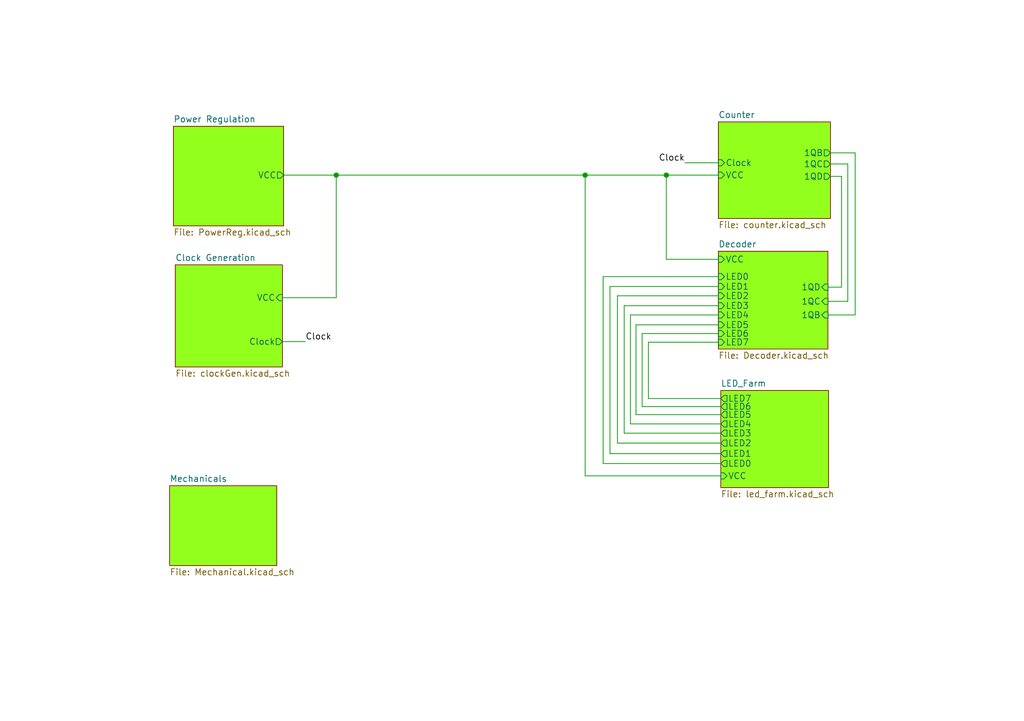
<source format=kicad_sch>
(kicad_sch
	(version 20231120)
	(generator "eeschema")
	(generator_version "8.0")
	(uuid "256c4069-09b7-4290-9523-5df9f3d34d2e")
	(paper "A5")
	(lib_symbols)
	(junction
		(at 68.961 35.941)
		(diameter 0)
		(color 0 0 0 0)
		(uuid "1cca15d1-fe9e-4266-a119-c4bed7c6ddf0")
	)
	(junction
		(at 120.015 35.941)
		(diameter 0)
		(color 0 0 0 0)
		(uuid "7587f46f-684d-4ce7-b212-fd65f9856aa0")
	)
	(junction
		(at 136.652 35.941)
		(diameter 0)
		(color 0 0 0 0)
		(uuid "fcf8570d-8529-4848-9662-caa938116610")
	)
	(wire
		(pts
			(xy 147.32 58.801) (xy 125.095 58.801)
		)
		(stroke
			(width 0)
			(type default)
		)
		(uuid "0289478c-3b5c-42dc-a4d9-ab56e5808496")
	)
	(wire
		(pts
			(xy 147.828 81.788) (xy 132.969 81.788)
		)
		(stroke
			(width 0)
			(type default)
		)
		(uuid "07750dbd-c9e6-41f8-bc55-913817af1e04")
	)
	(wire
		(pts
			(xy 175.387 31.369) (xy 175.387 64.643)
		)
		(stroke
			(width 0)
			(type default)
		)
		(uuid "15a9bf97-17f9-4068-b54e-f7bdb5e1c198")
	)
	(wire
		(pts
			(xy 68.961 35.941) (xy 120.015 35.941)
		)
		(stroke
			(width 0)
			(type default)
		)
		(uuid "162d02a4-4a64-40ba-ab9d-7808c7d8f8a0")
	)
	(wire
		(pts
			(xy 126.619 60.706) (xy 126.619 90.932)
		)
		(stroke
			(width 0)
			(type default)
		)
		(uuid "1dd5ea2f-2d73-441c-bb71-263d9ab8ebb7")
	)
	(wire
		(pts
			(xy 172.593 36.195) (xy 172.593 58.928)
		)
		(stroke
			(width 0)
			(type default)
		)
		(uuid "28cb24d6-b000-41a9-8f9b-c3cd56f52939")
	)
	(wire
		(pts
			(xy 129.286 86.995) (xy 147.828 86.995)
		)
		(stroke
			(width 0)
			(type default)
		)
		(uuid "2a904ec1-9450-419b-8e77-3dddd0b0de7c")
	)
	(wire
		(pts
			(xy 126.619 90.932) (xy 147.828 90.932)
		)
		(stroke
			(width 0)
			(type default)
		)
		(uuid "2ccdf441-0c65-45fc-a4ef-8410501cfae0")
	)
	(wire
		(pts
			(xy 125.095 58.801) (xy 125.095 93.091)
		)
		(stroke
			(width 0)
			(type default)
		)
		(uuid "38ae32c1-782d-411c-b22c-3994aca76de9")
	)
	(wire
		(pts
			(xy 130.429 66.675) (xy 147.32 66.675)
		)
		(stroke
			(width 0)
			(type default)
		)
		(uuid "3a2a511b-f836-4159-a54a-adf00053ba66")
	)
	(wire
		(pts
			(xy 170.307 33.655) (xy 173.863 33.655)
		)
		(stroke
			(width 0)
			(type default)
		)
		(uuid "3b93ad02-c7fd-47c8-a6a6-0cd6d93206b0")
	)
	(wire
		(pts
			(xy 147.828 85.09) (xy 130.429 85.09)
		)
		(stroke
			(width 0)
			(type default)
		)
		(uuid "3e02d9c1-70b6-4488-bc0d-659b62567d82")
	)
	(wire
		(pts
			(xy 58.166 35.941) (xy 68.961 35.941)
		)
		(stroke
			(width 0)
			(type default)
		)
		(uuid "3e7988bf-90ca-4d04-88f8-f85ab6f1e776")
	)
	(wire
		(pts
			(xy 131.699 83.439) (xy 147.828 83.439)
		)
		(stroke
			(width 0)
			(type default)
		)
		(uuid "4dd89331-4d67-49d5-a99d-de1b15bcefb0")
	)
	(wire
		(pts
			(xy 57.912 70.104) (xy 62.611 70.104)
		)
		(stroke
			(width 0)
			(type default)
		)
		(uuid "4ef37adb-e005-4e6a-a6f2-6d31bf1d101b")
	)
	(wire
		(pts
			(xy 147.828 88.9) (xy 128.016 88.9)
		)
		(stroke
			(width 0)
			(type default)
		)
		(uuid "53ab776b-6447-465e-9c47-2267d0ada26c")
	)
	(wire
		(pts
			(xy 136.652 35.941) (xy 147.32 35.941)
		)
		(stroke
			(width 0)
			(type default)
		)
		(uuid "5ab8d2ee-e996-4761-918e-8d6d7fab8c12")
	)
	(wire
		(pts
			(xy 136.652 53.213) (xy 136.652 35.941)
		)
		(stroke
			(width 0)
			(type default)
		)
		(uuid "5e7c75cf-0d6c-4d1a-a8e7-ae8bcb1efc81")
	)
	(wire
		(pts
			(xy 132.969 70.231) (xy 147.32 70.231)
		)
		(stroke
			(width 0)
			(type default)
		)
		(uuid "614d958b-5499-4bc8-8ee3-3550e7782ebd")
	)
	(wire
		(pts
			(xy 68.961 61.087) (xy 68.961 35.941)
		)
		(stroke
			(width 0)
			(type default)
		)
		(uuid "64de618d-91bc-4b18-9887-7ef5cb23a037")
	)
	(wire
		(pts
			(xy 125.095 93.091) (xy 147.828 93.091)
		)
		(stroke
			(width 0)
			(type default)
		)
		(uuid "6872d597-ebff-46e8-b106-04f38e965419")
	)
	(wire
		(pts
			(xy 140.462 33.401) (xy 147.32 33.401)
		)
		(stroke
			(width 0)
			(type default)
		)
		(uuid "71cd54db-7dbb-4ca1-b6af-06bf6d49d3af")
	)
	(wire
		(pts
			(xy 170.307 31.369) (xy 175.387 31.369)
		)
		(stroke
			(width 0)
			(type default)
		)
		(uuid "73553337-456e-4a55-b1d0-a893b244888a")
	)
	(wire
		(pts
			(xy 129.286 64.643) (xy 129.286 86.995)
		)
		(stroke
			(width 0)
			(type default)
		)
		(uuid "74385fe6-e404-4445-985d-344cb846ada6")
	)
	(wire
		(pts
			(xy 132.969 81.788) (xy 132.969 70.231)
		)
		(stroke
			(width 0)
			(type default)
		)
		(uuid "75ec799f-c066-4d4e-9445-ea0564223501")
	)
	(wire
		(pts
			(xy 173.863 33.655) (xy 173.863 61.849)
		)
		(stroke
			(width 0)
			(type default)
		)
		(uuid "7699c41e-4bff-421f-85bc-93d270bea938")
	)
	(wire
		(pts
			(xy 170.307 36.195) (xy 172.593 36.195)
		)
		(stroke
			(width 0)
			(type default)
		)
		(uuid "8c008ce3-ee30-4754-88bb-a7fe0d3a6572")
	)
	(wire
		(pts
			(xy 128.016 88.9) (xy 128.016 62.738)
		)
		(stroke
			(width 0)
			(type default)
		)
		(uuid "9ac5f97d-eabc-4767-a923-0c64515a6542")
	)
	(wire
		(pts
			(xy 120.015 35.941) (xy 120.015 97.663)
		)
		(stroke
			(width 0)
			(type default)
		)
		(uuid "a56e2823-8be5-4684-83a7-054e0e63d100")
	)
	(wire
		(pts
			(xy 120.015 35.941) (xy 136.652 35.941)
		)
		(stroke
			(width 0)
			(type default)
		)
		(uuid "a7232180-b139-4131-b60d-e873de883149")
	)
	(wire
		(pts
			(xy 173.863 61.849) (xy 169.799 61.849)
		)
		(stroke
			(width 0)
			(type default)
		)
		(uuid "aa42386f-5255-4b6c-8720-12e21b66a5a2")
	)
	(wire
		(pts
			(xy 128.016 62.738) (xy 147.32 62.738)
		)
		(stroke
			(width 0)
			(type default)
		)
		(uuid "b2f8780d-8e63-4c2a-98ef-fb1ee28f69c8")
	)
	(wire
		(pts
			(xy 123.698 56.769) (xy 147.32 56.769)
		)
		(stroke
			(width 0)
			(type default)
		)
		(uuid "b41cb443-e564-4efa-94ef-994d61f6b15a")
	)
	(wire
		(pts
			(xy 147.828 95.123) (xy 123.698 95.123)
		)
		(stroke
			(width 0)
			(type default)
		)
		(uuid "b761cb37-3376-486a-98c4-48927a77031d")
	)
	(wire
		(pts
			(xy 57.912 61.087) (xy 68.961 61.087)
		)
		(stroke
			(width 0)
			(type default)
		)
		(uuid "b8c27d3c-7a79-4e5c-b61d-c416bb4d805f")
	)
	(wire
		(pts
			(xy 147.32 64.643) (xy 129.286 64.643)
		)
		(stroke
			(width 0)
			(type default)
		)
		(uuid "bb2a3740-a72c-4bdd-a03f-b7149afc3be9")
	)
	(wire
		(pts
			(xy 169.799 64.643) (xy 175.387 64.643)
		)
		(stroke
			(width 0)
			(type default)
		)
		(uuid "c77dd3ff-eab8-4a50-b912-d3013f51cea1")
	)
	(wire
		(pts
			(xy 147.32 68.453) (xy 131.699 68.453)
		)
		(stroke
			(width 0)
			(type default)
		)
		(uuid "c7bd9d3d-a4b2-455b-811e-fbe1984f4019")
	)
	(wire
		(pts
			(xy 147.828 97.663) (xy 120.015 97.663)
		)
		(stroke
			(width 0)
			(type default)
		)
		(uuid "e180d042-ef55-4a96-8d89-7cb63a4429e3")
	)
	(wire
		(pts
			(xy 123.698 95.123) (xy 123.698 56.769)
		)
		(stroke
			(width 0)
			(type default)
		)
		(uuid "e6f4a974-5e2b-45a1-a917-27cd846454d1")
	)
	(wire
		(pts
			(xy 172.593 58.928) (xy 169.799 58.928)
		)
		(stroke
			(width 0)
			(type default)
		)
		(uuid "e80830bf-93ea-42d0-984c-c59f352e4dbf")
	)
	(wire
		(pts
			(xy 130.429 85.09) (xy 130.429 66.675)
		)
		(stroke
			(width 0)
			(type default)
		)
		(uuid "efc88870-abde-4e80-a4f7-bebc41e91898")
	)
	(wire
		(pts
			(xy 147.32 60.706) (xy 126.619 60.706)
		)
		(stroke
			(width 0)
			(type default)
		)
		(uuid "f1a32e2f-6459-4b04-8169-65e389b941df")
	)
	(wire
		(pts
			(xy 147.32 53.213) (xy 136.652 53.213)
		)
		(stroke
			(width 0)
			(type default)
		)
		(uuid "f7e41e9f-0e88-42d8-8989-f3d866d5c639")
	)
	(wire
		(pts
			(xy 131.699 68.453) (xy 131.699 83.439)
		)
		(stroke
			(width 0)
			(type default)
		)
		(uuid "f9a41e17-a0aa-476e-bada-017599920ad5")
	)
	(label "Clock"
		(at 140.462 33.401 180)
		(effects
			(font
				(size 1.27 1.27)
			)
			(justify right bottom)
		)
		(uuid "18e477b9-6c99-4f2c-8884-7eed859de2c0")
	)
	(label "Clock"
		(at 62.611 70.104 0)
		(effects
			(font
				(size 1.27 1.27)
			)
			(justify left bottom)
		)
		(uuid "3caffa45-d54d-4921-b34f-f5cf6ca72f44")
	)
	(sheet
		(at 147.828 80.137)
		(size 22.098 19.939)
		(fields_autoplaced yes)
		(stroke
			(width 0.1524)
			(type solid)
		)
		(fill
			(color 147 255 28 1.0000)
		)
		(uuid "02b95e93-f06d-4209-becc-9b4e8a086a90")
		(property "Sheetname" "LED_Farm"
			(at 147.828 79.4254 0)
			(effects
				(font
					(size 1.27 1.27)
				)
				(justify left bottom)
			)
		)
		(property "Sheetfile" "led_farm.kicad_sch"
			(at 147.828 100.6606 0)
			(effects
				(font
					(size 1.27 1.27)
				)
				(justify left top)
			)
		)
		(pin "VCC" input
			(at 147.828 97.663 180)
			(effects
				(font
					(size 1.27 1.27)
				)
				(justify left)
			)
			(uuid "73ef7b4a-5a1c-4ce5-a880-a1da37122111")
		)
		(pin "LED1" output
			(at 147.828 93.091 180)
			(effects
				(font
					(size 1.27 1.27)
				)
				(justify left)
			)
			(uuid "ce65d7af-383f-4c3f-9155-a75bc1621885")
		)
		(pin "LED0" output
			(at 147.828 95.123 180)
			(effects
				(font
					(size 1.27 1.27)
				)
				(justify left)
			)
			(uuid "ac32651e-10a3-495a-8aec-ab6c85939275")
		)
		(pin "LED2" output
			(at 147.828 90.932 180)
			(effects
				(font
					(size 1.27 1.27)
				)
				(justify left)
			)
			(uuid "714eeb2c-e47e-48b3-90e4-3c53421d02af")
		)
		(pin "LED6" output
			(at 147.828 83.439 180)
			(effects
				(font
					(size 1.27 1.27)
				)
				(justify left)
			)
			(uuid "79a4cbee-cb2f-4b20-a2f9-a0975810ddde")
		)
		(pin "LED7" output
			(at 147.828 81.788 180)
			(effects
				(font
					(size 1.27 1.27)
				)
				(justify left)
			)
			(uuid "4a5f162a-a71f-4861-8e15-6c922ccd1261")
		)
		(pin "LED4" output
			(at 147.828 86.995 180)
			(effects
				(font
					(size 1.27 1.27)
				)
				(justify left)
			)
			(uuid "a0947c50-94c9-461a-880d-ec667acef91c")
		)
		(pin "LED5" output
			(at 147.828 85.09 180)
			(effects
				(font
					(size 1.27 1.27)
				)
				(justify left)
			)
			(uuid "83296b0d-5d03-42bf-ab4a-aa1e0c43a49e")
		)
		(pin "LED3" output
			(at 147.828 88.9 180)
			(effects
				(font
					(size 1.27 1.27)
				)
				(justify left)
			)
			(uuid "5cfb56b4-2768-49fc-ba71-2e87071165f4")
		)
		(instances
			(project "LED-Driver"
				(path "/256c4069-09b7-4290-9523-5df9f3d34d2e"
					(page "7")
				)
			)
		)
	)
	(sheet
		(at 147.32 25.019)
		(size 22.987 19.812)
		(fields_autoplaced yes)
		(stroke
			(width 0.1524)
			(type solid)
		)
		(fill
			(color 147 255 28 1.0000)
		)
		(uuid "52504185-8053-4739-b676-9c37a79d0b06")
		(property "Sheetname" "Counter"
			(at 147.32 24.3074 0)
			(effects
				(font
					(size 1.27 1.27)
				)
				(justify left bottom)
			)
		)
		(property "Sheetfile" "counter.kicad_sch"
			(at 147.32 45.4156 0)
			(effects
				(font
					(size 1.27 1.27)
				)
				(justify left top)
			)
		)
		(pin "Clock" input
			(at 147.32 33.401 180)
			(effects
				(font
					(size 1.27 1.27)
				)
				(justify left)
			)
			(uuid "df212375-7619-4e82-8216-3078eccd6a95")
		)
		(pin "VCC" input
			(at 147.32 35.941 180)
			(effects
				(font
					(size 1.27 1.27)
				)
				(justify left)
			)
			(uuid "3747c2c7-f402-40f4-a5f8-e53894a721e5")
		)
		(pin "1QD" output
			(at 170.307 36.195 0)
			(effects
				(font
					(size 1.27 1.27)
				)
				(justify right)
			)
			(uuid "a6946c41-d672-43f8-b2c8-a8222f6f9ab4")
		)
		(pin "1QC" output
			(at 170.307 33.655 0)
			(effects
				(font
					(size 1.27 1.27)
				)
				(justify right)
			)
			(uuid "33993d40-2a31-4db4-8604-ac5f71a4ff2e")
		)
		(pin "1QB" output
			(at 170.307 31.369 0)
			(effects
				(font
					(size 1.27 1.27)
				)
				(justify right)
			)
			(uuid "ccf2dd7e-dbf0-47c7-a1f7-7573ae02ccfc")
		)
		(instances
			(project "LED-Driver"
				(path "/256c4069-09b7-4290-9523-5df9f3d34d2e"
					(page "6")
				)
			)
		)
	)
	(sheet
		(at 34.798 99.695)
		(size 21.971 16.383)
		(fields_autoplaced yes)
		(stroke
			(width 0.1524)
			(type solid)
		)
		(fill
			(color 147 255 28 1.0000)
		)
		(uuid "5baa9be6-e95b-450d-a2b6-ffbe4b6f3720")
		(property "Sheetname" "Mechanicals"
			(at 34.798 98.9834 0)
			(effects
				(font
					(size 1.27 1.27)
				)
				(justify left bottom)
			)
		)
		(property "Sheetfile" "Mechanical.kicad_sch"
			(at 34.798 116.6626 0)
			(effects
				(font
					(size 1.27 1.27)
				)
				(justify left top)
			)
		)
		(instances
			(project "LED-Driver"
				(path "/256c4069-09b7-4290-9523-5df9f3d34d2e"
					(page "3")
				)
			)
		)
	)
	(sheet
		(at 35.56 25.908)
		(size 22.606 20.447)
		(fields_autoplaced yes)
		(stroke
			(width 0.1524)
			(type solid)
		)
		(fill
			(color 147 255 28 1.0000)
		)
		(uuid "6ba53e3d-736b-42c6-a610-80ce78e73a57")
		(property "Sheetname" "Power Regulation"
			(at 35.56 25.1964 0)
			(effects
				(font
					(size 1.27 1.27)
				)
				(justify left bottom)
			)
		)
		(property "Sheetfile" "PowerReg.kicad_sch"
			(at 35.56 46.9396 0)
			(effects
				(font
					(size 1.27 1.27)
				)
				(justify left top)
			)
		)
		(pin "VCC" output
			(at 58.166 35.941 0)
			(effects
				(font
					(size 1.27 1.27)
				)
				(justify right)
			)
			(uuid "adbebb56-77b7-49c1-8811-f0a6eccf2c1e")
		)
		(instances
			(project "LED-Driver"
				(path "/256c4069-09b7-4290-9523-5df9f3d34d2e"
					(page "2")
				)
			)
		)
	)
	(sheet
		(at 147.32 51.562)
		(size 22.479 20.066)
		(fields_autoplaced yes)
		(stroke
			(width 0.1524)
			(type solid)
		)
		(fill
			(color 147 255 28 1.0000)
		)
		(uuid "9cf416b7-2d06-42ca-a671-141eaab71126")
		(property "Sheetname" "Decoder"
			(at 147.32 50.8504 0)
			(effects
				(font
					(size 1.27 1.27)
				)
				(justify left bottom)
			)
		)
		(property "Sheetfile" "Decoder.kicad_sch"
			(at 147.32 72.2126 0)
			(effects
				(font
					(size 1.27 1.27)
				)
				(justify left top)
			)
		)
		(pin "LED1" input
			(at 147.32 58.801 180)
			(effects
				(font
					(size 1.27 1.27)
				)
				(justify left)
			)
			(uuid "70aac7e7-5bd8-49a5-9f1a-bae4061bccab")
		)
		(pin "LED3" input
			(at 147.32 62.738 180)
			(effects
				(font
					(size 1.27 1.27)
				)
				(justify left)
			)
			(uuid "ec4b0572-dd83-4232-b876-41018b1e3aac")
		)
		(pin "LED5" input
			(at 147.32 66.675 180)
			(effects
				(font
					(size 1.27 1.27)
				)
				(justify left)
			)
			(uuid "06e96490-c3aa-476a-9421-6c183acb1d80")
		)
		(pin "LED2" input
			(at 147.32 60.706 180)
			(effects
				(font
					(size 1.27 1.27)
				)
				(justify left)
			)
			(uuid "06148189-8648-461f-b60d-7106f6263a2b")
		)
		(pin "LED0" input
			(at 147.32 56.769 180)
			(effects
				(font
					(size 1.27 1.27)
				)
				(justify left)
			)
			(uuid "e096a63e-71ce-479e-bf9c-742d13340980")
		)
		(pin "LED6" input
			(at 147.32 68.453 180)
			(effects
				(font
					(size 1.27 1.27)
				)
				(justify left)
			)
			(uuid "22e40510-fbc4-4011-ba56-7af471c95f84")
		)
		(pin "LED4" input
			(at 147.32 64.643 180)
			(effects
				(font
					(size 1.27 1.27)
				)
				(justify left)
			)
			(uuid "55984d29-2a6a-4690-aa47-066a64da9807")
		)
		(pin "LED7" input
			(at 147.32 70.231 180)
			(effects
				(font
					(size 1.27 1.27)
				)
				(justify left)
			)
			(uuid "8ed20c44-70a8-4aa3-9f48-002b83495e7e")
		)
		(pin "VCC" input
			(at 147.32 53.213 180)
			(effects
				(font
					(size 1.27 1.27)
				)
				(justify left)
			)
			(uuid "7b32c2b3-2b78-417c-8060-1cfaabaf2811")
		)
		(pin "1QC" input
			(at 169.799 61.849 0)
			(effects
				(font
					(size 1.27 1.27)
				)
				(justify right)
			)
			(uuid "fed02bc2-2148-4ccb-aea1-ded8bd29a5ce")
		)
		(pin "1QD" input
			(at 169.799 58.928 0)
			(effects
				(font
					(size 1.27 1.27)
				)
				(justify right)
			)
			(uuid "edd0d7d7-44c5-40b2-8b5a-714d6d44688c")
		)
		(pin "1QB" input
			(at 169.799 64.643 0)
			(effects
				(font
					(size 1.27 1.27)
				)
				(justify right)
			)
			(uuid "836c6a4b-6fbd-4ec6-a088-557729e5c824")
		)
		(instances
			(project "LED-Driver"
				(path "/256c4069-09b7-4290-9523-5df9f3d34d2e"
					(page "5")
				)
			)
		)
	)
	(sheet
		(at 35.941 54.356)
		(size 21.971 20.955)
		(fields_autoplaced yes)
		(stroke
			(width 0.1524)
			(type solid)
		)
		(fill
			(color 147 255 28 1.0000)
		)
		(uuid "f1a2b18f-7bcf-4791-bfd3-51f224d6dec1")
		(property "Sheetname" "Clock Generation"
			(at 35.941 53.6444 0)
			(effects
				(font
					(size 1.27 1.27)
				)
				(justify left bottom)
			)
		)
		(property "Sheetfile" "clockGen.kicad_sch"
			(at 35.941 75.8956 0)
			(effects
				(font
					(size 1.27 1.27)
				)
				(justify left top)
			)
		)
		(pin "VCC" input
			(at 57.912 61.087 0)
			(effects
				(font
					(size 1.27 1.27)
				)
				(justify right)
			)
			(uuid "a382d22a-7f9e-4bbb-a87b-eed628500263")
		)
		(pin "Clock" output
			(at 57.912 70.104 0)
			(effects
				(font
					(size 1.27 1.27)
				)
				(justify right)
			)
			(uuid "1a9bb891-1674-42b5-9093-0b626bad0911")
		)
		(instances
			(project "LED-Driver"
				(path "/256c4069-09b7-4290-9523-5df9f3d34d2e"
					(page "4")
				)
			)
		)
	)
	(sheet_instances
		(path "/"
			(page "1")
		)
	)
)

</source>
